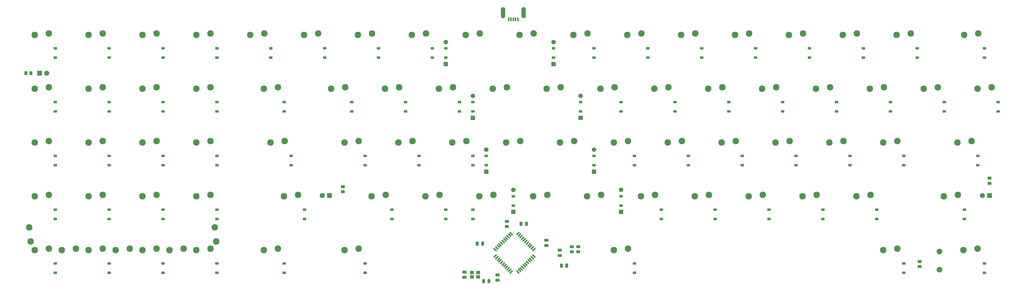
<source format=gbs>
G04 #@! TF.GenerationSoftware,KiCad,Pcbnew,(6.0.0)*
G04 #@! TF.CreationDate,2022-03-08T15:03:57-05:00*
G04 #@! TF.ProjectId,next,6e657874-2e6b-4696-9361-645f70636258,rev?*
G04 #@! TF.SameCoordinates,Original*
G04 #@! TF.FileFunction,Soldermask,Bot*
G04 #@! TF.FilePolarity,Negative*
%FSLAX46Y46*%
G04 Gerber Fmt 4.6, Leading zero omitted, Abs format (unit mm)*
G04 Created by KiCad (PCBNEW (6.0.0)) date 2022-03-08 15:03:57*
%MOMM*%
%LPD*%
G01*
G04 APERTURE LIST*
G04 Aperture macros list*
%AMRoundRect*
0 Rectangle with rounded corners*
0 $1 Rounding radius*
0 $2 $3 $4 $5 $6 $7 $8 $9 X,Y pos of 4 corners*
0 Add a 4 corners polygon primitive as box body*
4,1,4,$2,$3,$4,$5,$6,$7,$8,$9,$2,$3,0*
0 Add four circle primitives for the rounded corners*
1,1,$1+$1,$2,$3*
1,1,$1+$1,$4,$5*
1,1,$1+$1,$6,$7*
1,1,$1+$1,$8,$9*
0 Add four rect primitives between the rounded corners*
20,1,$1+$1,$2,$3,$4,$5,0*
20,1,$1+$1,$4,$5,$6,$7,0*
20,1,$1+$1,$6,$7,$8,$9,0*
20,1,$1+$1,$8,$9,$2,$3,0*%
G04 Aperture macros list end*
%ADD10C,2.300000*%
%ADD11R,1.800000X1.800000*%
%ADD12C,1.800000*%
%ADD13R,1.200000X0.900000*%
%ADD14O,1.500000X4.000000*%
%ADD15R,0.500000X1.400000*%
%ADD16RoundRect,0.250000X-0.250000X-0.475000X0.250000X-0.475000X0.250000X0.475000X-0.250000X0.475000X0*%
%ADD17RoundRect,0.250000X0.262500X0.450000X-0.262500X0.450000X-0.262500X-0.450000X0.262500X-0.450000X0*%
%ADD18RoundRect,0.250000X0.450000X-0.262500X0.450000X0.262500X-0.450000X0.262500X-0.450000X-0.262500X0*%
%ADD19R,1.600000X1.600000*%
%ADD20C,1.600000*%
%ADD21RoundRect,0.250000X0.475000X-0.250000X0.475000X0.250000X-0.475000X0.250000X-0.475000X-0.250000X0*%
%ADD22RoundRect,0.250000X0.250000X0.475000X-0.250000X0.475000X-0.250000X-0.475000X0.250000X-0.475000X0*%
%ADD23RoundRect,0.250000X-0.450000X0.262500X-0.450000X-0.262500X0.450000X-0.262500X0.450000X0.262500X0*%
%ADD24R,1.400000X1.200000*%
%ADD25RoundRect,0.250000X-0.475000X0.250000X-0.475000X-0.250000X0.475000X-0.250000X0.475000X0.250000X0*%
%ADD26RoundRect,0.137500X0.521491X-0.327037X-0.327037X0.521491X-0.521491X0.327037X0.327037X-0.521491X0*%
%ADD27RoundRect,0.137500X0.521491X0.327037X0.327037X0.521491X-0.521491X-0.327037X-0.327037X-0.521491X0*%
%ADD28C,2.000000*%
G04 APERTURE END LIST*
D10*
X35600000Y-34100000D03*
X40600000Y-33600000D03*
X35600000Y-53150000D03*
X40600000Y-52650000D03*
X35600000Y-72200000D03*
X40600000Y-71700000D03*
X35600000Y-91250000D03*
X40600000Y-90750000D03*
X35600000Y-110300000D03*
X40600000Y-109800000D03*
X73700000Y-34100000D03*
X78700000Y-33600000D03*
X73700000Y-53150000D03*
X78700000Y-52650000D03*
X73700000Y-72200000D03*
X78700000Y-71700000D03*
X73700000Y-91250000D03*
X78700000Y-90750000D03*
X73700000Y-110300000D03*
X78700000Y-109800000D03*
X92750000Y-34100000D03*
X97750000Y-33600000D03*
X92750000Y-53150000D03*
X97750000Y-52650000D03*
X92750000Y-72200000D03*
X97750000Y-71700000D03*
X92750000Y-91250000D03*
X97750000Y-90750000D03*
X92750000Y-110300000D03*
X97750000Y-109800000D03*
X111800000Y-34100000D03*
X116800000Y-33600000D03*
X116562500Y-53150000D03*
X121562500Y-52650000D03*
X118943750Y-72200000D03*
X123943750Y-71700000D03*
X123706250Y-91250000D03*
X128706250Y-90750000D03*
X116562500Y-110300000D03*
X121562500Y-109800000D03*
X130850000Y-34100000D03*
X135850000Y-33600000D03*
X140375000Y-53150000D03*
X145375000Y-52650000D03*
X145137500Y-72200000D03*
X150137500Y-71700000D03*
X154662500Y-91250000D03*
X159662500Y-90750000D03*
X145137500Y-110300000D03*
X150137500Y-109800000D03*
X149900000Y-34100000D03*
X154900000Y-33600000D03*
X159425000Y-53150000D03*
X164425000Y-52650000D03*
X164187500Y-72200000D03*
X169187500Y-71700000D03*
X173712500Y-91250000D03*
X178712500Y-90750000D03*
X168950000Y-34100000D03*
X173950000Y-33600000D03*
X178475000Y-53150000D03*
X183475000Y-52650000D03*
X183237500Y-72200000D03*
X188237500Y-71700000D03*
X192762500Y-91250000D03*
X197762500Y-90750000D03*
X188000000Y-34100000D03*
X193000000Y-33600000D03*
X197525000Y-53150000D03*
X202525000Y-52650000D03*
X202287500Y-72200000D03*
X207287500Y-71700000D03*
X211812500Y-91250000D03*
X216812500Y-90750000D03*
X207050000Y-34100000D03*
X212050000Y-33600000D03*
X216575000Y-53150000D03*
X221575000Y-52650000D03*
X221337500Y-72200000D03*
X226337500Y-71700000D03*
X230862500Y-91250000D03*
X235862500Y-90750000D03*
X240387500Y-110300000D03*
X245387500Y-109800000D03*
X226100000Y-34100000D03*
X231100000Y-33600000D03*
X235625000Y-53150000D03*
X240625000Y-52650000D03*
X240387500Y-72200000D03*
X245387500Y-71700000D03*
X249912500Y-91250000D03*
X254912500Y-90750000D03*
X245150000Y-34100000D03*
X250150000Y-33600000D03*
X254675000Y-53150000D03*
X259675000Y-52650000D03*
X259437500Y-72200000D03*
X264437500Y-71700000D03*
X268962500Y-91250000D03*
X273962500Y-90750000D03*
X264200000Y-34100000D03*
X269200000Y-33600000D03*
X273725000Y-53150000D03*
X278725000Y-52650000D03*
X278487500Y-72200000D03*
X283487500Y-71700000D03*
X288012500Y-91250000D03*
X293012500Y-90750000D03*
X283250000Y-34100000D03*
X288250000Y-33600000D03*
X292775000Y-53150000D03*
X297775000Y-52650000D03*
X297537500Y-72200000D03*
X302537500Y-71700000D03*
X307062500Y-91250000D03*
X312062500Y-90750000D03*
X302300000Y-34100000D03*
X307300000Y-33600000D03*
X311825000Y-53150000D03*
X316825000Y-52650000D03*
X316587500Y-72200000D03*
X321587500Y-71700000D03*
X326112500Y-91250000D03*
X331112500Y-90750000D03*
X335637500Y-110300000D03*
X340637500Y-109800000D03*
X321350000Y-34100000D03*
X326350000Y-33600000D03*
X330875000Y-53150000D03*
X335875000Y-52650000D03*
X335637500Y-72200000D03*
X340637500Y-71700000D03*
X349925000Y-53150000D03*
X354925000Y-52650000D03*
X340400000Y-34100000D03*
X345400000Y-33600000D03*
X364212500Y-34100000D03*
X369212500Y-33600000D03*
D11*
X373250000Y-91000000D03*
D12*
X370710000Y-91000000D03*
D11*
X37250000Y-47625000D03*
D12*
X39790000Y-47625000D03*
D11*
X139750000Y-91000000D03*
D12*
X137210000Y-91000000D03*
D10*
X34100000Y-107275000D03*
X33600000Y-102275000D03*
X45125000Y-110300000D03*
X50125000Y-109800000D03*
X64175000Y-110300000D03*
X69175000Y-109800000D03*
X83225000Y-110300000D03*
X88225000Y-109800000D03*
X99250000Y-102275000D03*
X99750000Y-107275000D03*
X368975000Y-53150000D03*
X373975000Y-52650000D03*
X361831250Y-72200000D03*
X366831250Y-71700000D03*
X357068750Y-91250000D03*
X362068750Y-90750000D03*
X363975000Y-110300000D03*
X368975000Y-109800000D03*
X54650000Y-34100000D03*
X59650000Y-33600000D03*
X54650000Y-53150000D03*
X59650000Y-52650000D03*
X54650000Y-72200000D03*
X59650000Y-71700000D03*
X54650000Y-91250000D03*
X59650000Y-90750000D03*
X54650000Y-110300000D03*
X59650000Y-109800000D03*
D13*
X42862500Y-42131250D03*
X42862500Y-38831250D03*
X42862500Y-61181250D03*
X42862500Y-57881250D03*
X42862500Y-80231250D03*
X42862500Y-76931250D03*
X42862500Y-99281250D03*
X42862500Y-95981250D03*
X61912500Y-42131250D03*
X61912500Y-38831250D03*
X61912500Y-61181250D03*
X61912500Y-57881250D03*
X61912500Y-80231250D03*
X61912500Y-76931250D03*
X61912500Y-99281250D03*
X61912500Y-95981250D03*
X61912500Y-118331250D03*
X61912500Y-115031250D03*
X80962500Y-42131250D03*
X80962500Y-38831250D03*
X80962500Y-61181250D03*
X80962500Y-57881250D03*
X80962500Y-80231250D03*
X80962500Y-76931250D03*
X80962500Y-99281250D03*
X80962500Y-95981250D03*
X80962500Y-118331250D03*
X80962500Y-115031250D03*
X100012500Y-42131250D03*
X100012500Y-38831250D03*
X100012500Y-61181250D03*
X100012500Y-57881250D03*
X100012500Y-80231250D03*
X100012500Y-76931250D03*
X100012500Y-99281250D03*
X100012500Y-95981250D03*
X100012500Y-118331250D03*
X100012500Y-115031250D03*
X119062500Y-42131250D03*
X119062500Y-38831250D03*
X123825000Y-61181250D03*
X123825000Y-57881250D03*
X126206250Y-80231250D03*
X126206250Y-76931250D03*
X130968750Y-99281250D03*
X130968750Y-95981250D03*
X123825000Y-118331250D03*
X123825000Y-115031250D03*
X138112500Y-42131250D03*
X138112500Y-38831250D03*
X147637500Y-61181250D03*
X147637500Y-57881250D03*
X152400000Y-80231250D03*
X152400000Y-76931250D03*
X161925000Y-99281250D03*
X161925000Y-95981250D03*
X157162500Y-42131250D03*
X157162500Y-38831250D03*
X166687500Y-61181250D03*
X166687500Y-57881250D03*
X171450000Y-80231250D03*
X171450000Y-76931250D03*
X180975000Y-99281250D03*
X180975000Y-95981250D03*
X176212500Y-42131250D03*
X176212500Y-38831250D03*
X190500000Y-80231250D03*
X190500000Y-76931250D03*
X242887500Y-61181250D03*
X242887500Y-57881250D03*
X247650000Y-80231250D03*
X247650000Y-76931250D03*
X252412500Y-42131250D03*
X252412500Y-38831250D03*
X261937500Y-61181250D03*
X261937500Y-57881250D03*
X266700000Y-80231250D03*
X266700000Y-76931250D03*
X276225000Y-99281250D03*
X276225000Y-95981250D03*
X271462500Y-42131250D03*
X271462500Y-38831250D03*
X280987500Y-61181250D03*
X280987500Y-57881250D03*
X285750000Y-80231250D03*
X285750000Y-76931250D03*
X295275000Y-99281250D03*
X295275000Y-95981250D03*
X290512500Y-42131250D03*
X290512500Y-38831250D03*
X300037500Y-61181250D03*
X300037500Y-57881250D03*
X304800000Y-80231250D03*
X304800000Y-76931250D03*
X314325000Y-99281250D03*
X314325000Y-95981250D03*
X309562500Y-42131250D03*
X309562500Y-38831250D03*
X319087500Y-61181250D03*
X319087500Y-57881250D03*
X323850000Y-80231250D03*
X323850000Y-76931250D03*
X333375000Y-99281250D03*
X333375000Y-95981250D03*
X342900000Y-118331250D03*
X342900000Y-115031250D03*
X328612500Y-42131250D03*
X328612500Y-38831250D03*
X338137500Y-61181250D03*
X338137500Y-57881250D03*
X342900000Y-80231250D03*
X342900000Y-76931250D03*
X357187500Y-61181250D03*
X357187500Y-57881250D03*
X347662500Y-42131250D03*
X347662500Y-38831250D03*
X376237500Y-61181250D03*
X376237500Y-57881250D03*
D14*
X201137500Y-26175000D03*
D15*
X203187500Y-28575000D03*
X203987500Y-28575000D03*
X204787500Y-28575000D03*
X205587500Y-28575000D03*
X206387500Y-28575000D03*
D14*
X208437500Y-26175000D03*
D16*
X221800000Y-115750000D03*
X223700000Y-115750000D03*
D17*
X34250000Y-47625000D03*
X32425000Y-47625000D03*
D18*
X144500000Y-89662500D03*
X144500000Y-87837500D03*
X373250000Y-86662500D03*
X373250000Y-84837500D03*
D13*
X371475000Y-42131250D03*
X371475000Y-38831250D03*
X369093750Y-80231250D03*
X369093750Y-76931250D03*
X364331250Y-99281250D03*
X364331250Y-95981250D03*
X371475000Y-118331250D03*
X371475000Y-115031250D03*
D19*
X204787500Y-96768750D03*
D13*
X204787500Y-94518750D03*
D20*
X204787500Y-88968750D03*
D13*
X204787500Y-91218750D03*
D21*
X221250000Y-112200000D03*
X221250000Y-110300000D03*
D13*
X180975000Y-42131250D03*
D19*
X180975000Y-44381250D03*
D13*
X180975000Y-38831250D03*
D20*
X180975000Y-36581250D03*
D13*
X233362500Y-42131250D03*
X233362500Y-38831250D03*
D19*
X190500000Y-63431250D03*
D13*
X190500000Y-61181250D03*
X190500000Y-57881250D03*
D20*
X190500000Y-55631250D03*
D18*
X225500000Y-110912500D03*
X225500000Y-109087500D03*
X227750000Y-110912500D03*
X227750000Y-109087500D03*
D13*
X257175000Y-99281250D03*
X257175000Y-95981250D03*
X233362500Y-80231250D03*
D19*
X233362500Y-82481250D03*
D20*
X233362500Y-74681250D03*
D13*
X233362500Y-76931250D03*
X190500000Y-99281250D03*
X190500000Y-95981250D03*
X152400000Y-118331250D03*
X152400000Y-115031250D03*
X42862500Y-118331250D03*
X42862500Y-115031250D03*
D22*
X193950000Y-108000000D03*
X192050000Y-108000000D03*
D16*
X207550000Y-101000000D03*
X209450000Y-101000000D03*
D23*
X202500000Y-100087500D03*
X202500000Y-101912500D03*
D19*
X242887500Y-96768750D03*
D13*
X242887500Y-94518750D03*
D20*
X242887500Y-88968750D03*
D13*
X242887500Y-91218750D03*
X247650000Y-118331250D03*
X247650000Y-115031250D03*
D24*
X190150000Y-118200000D03*
X192350000Y-118200000D03*
X192350000Y-119800000D03*
X190150000Y-119800000D03*
D16*
X194300000Y-121250000D03*
X196200000Y-121250000D03*
D21*
X199250000Y-120950000D03*
X199250000Y-119050000D03*
D25*
X187500000Y-118050000D03*
X187500000Y-119950000D03*
D23*
X348500000Y-114337500D03*
X348500000Y-116162500D03*
D19*
X195262500Y-82481250D03*
D13*
X195262500Y-80231250D03*
X195262500Y-76931250D03*
D20*
X195262500Y-74681250D03*
D19*
X228600000Y-63431250D03*
D13*
X228600000Y-61181250D03*
X228600000Y-57881250D03*
D20*
X228600000Y-55631250D03*
D13*
X219075000Y-42131250D03*
D19*
X219075000Y-44381250D03*
D20*
X219075000Y-36581250D03*
D13*
X219075000Y-38831250D03*
D21*
X216500000Y-108700000D03*
X216500000Y-106800000D03*
D26*
X212082419Y-112425565D03*
X211516734Y-112991250D03*
X210951048Y-113556936D03*
X210385363Y-114122621D03*
X209819678Y-114688307D03*
X209253992Y-115253992D03*
X208688307Y-115819678D03*
X208122621Y-116385363D03*
X207556936Y-116951048D03*
X206991250Y-117516734D03*
X206425565Y-118082419D03*
D27*
X204074435Y-118082419D03*
X203508750Y-117516734D03*
X202943064Y-116951048D03*
X202377379Y-116385363D03*
X201811693Y-115819678D03*
X201246008Y-115253992D03*
X200680322Y-114688307D03*
X200114637Y-114122621D03*
X199548952Y-113556936D03*
X198983266Y-112991250D03*
X198417581Y-112425565D03*
D26*
X198417581Y-110074435D03*
X198983266Y-109508750D03*
X199548952Y-108943064D03*
X200114637Y-108377379D03*
X200680322Y-107811693D03*
X201246008Y-107246008D03*
X201811693Y-106680322D03*
X202377379Y-106114637D03*
X202943064Y-105548952D03*
X203508750Y-104983266D03*
X204074435Y-104417581D03*
D27*
X206425565Y-104417581D03*
X206991250Y-104983266D03*
X207556936Y-105548952D03*
X208122621Y-106114637D03*
X208688307Y-106680322D03*
X209253992Y-107246008D03*
X209819678Y-107811693D03*
X210385363Y-108377379D03*
X210951048Y-108943064D03*
X211516734Y-109508750D03*
X212082419Y-110074435D03*
D28*
X355500000Y-110750000D03*
X355500000Y-117250000D03*
D13*
X185737500Y-61181250D03*
X185737500Y-57881250D03*
M02*

</source>
